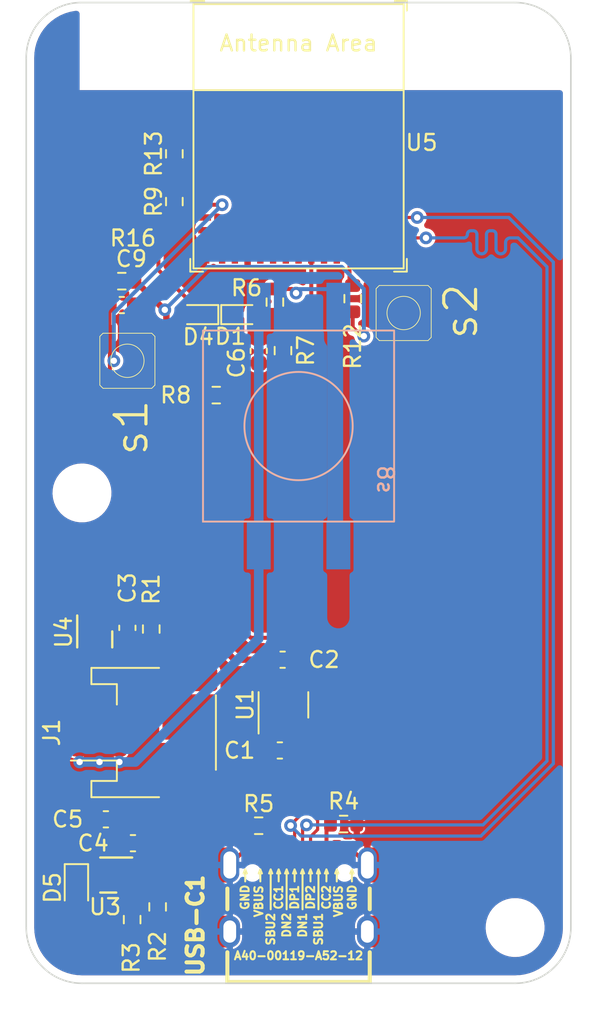
<source format=kicad_pcb>
(kicad_pcb (version 20221018) (generator pcbnew)
  (title_block (title "Rapid Remote") (date "2023-08-28") (rev "C"))
  (layers (0 "F.Cu" signal) (31 "B.Cu" signal) (34 "B.Paste" user) (35 "F.Paste" user) (36 "B.SilkS" user "B.Silkscreen") (37 "F.SilkS" user "F.Silkscreen") (38 "B.Mask" user) (39 "F.Mask" user) (44 "Edge.Cuts" user))
  (net 0 "")
  (net 1 "+5V")
  (net 2 "GND")
  (net 3 "EN_LDO")
  (net 4 "8S")
  (net 7 "LATCH")
  (net 8 "Net-(USB-C1-CC2)")
  (net 9 "Net-(USB-C1-CC1)")
  (net 10 "+3V3")
  (net 11 "Net-(s8-1)")
  (net 19 "Net-(U4-VDD)")
  (net 22 "USB_D-")
  (net 23 "USB_D+")
  (net 34 "+3V8")
  (net 37 "Net-(U3-PRG)")
  (net 40 "Net-(D5-K)")
  (net 41 "Net-(D5-A)")
  (net 42 "Net-(J1-Pin_2)")
  (net 44 "Net-(U5-EN{slash}CHIP_PU)")
  (net 45 "Net-(U5-GPIO8)")
  (net 46 "Net-(U5-GPIO2{slash}ADC1_CH2)")
  (net 47 "Net-(U5-GPIO9)")
  (footprint "PCM_Espressif:ESP32-C3-MINI-1" (layer "F.Cu") (at 151.6 71.5)
    (fp_text reference "U5" (at 7.725 0.4) (layer "F.SilkS"))
    (fp_text value "ESP32-C3-MINI-1")
    (fp_text user "Antenna Area" (at 0 -5.85) (layer "F.SilkS"))
    (pad "1" smd rect (at -5.9 -1.3 90) (size 0.4 0.8) (layers "F.Cu" "F.Paste" "F.Mask") (net 2 "GND"))
    (pad "2" smd rect (at -5.9 -0.5 90) (size 0.4 0.8) (layers "F.Cu" "F.Paste" "F.Mask") (net 2 "GND"))
    (pad "3" smd rect (at -5.9 0.3 90) (size 0.4 0.8) (layers "F.Cu" "F.Paste" "F.Mask") (net 10 "+3V3"))
    (pad "4" smd rect (at -5.9 1.1 90) (size 0.4 0.8) (layers "F.Cu" "F.Paste" "F.Mask"))
    (pad "5" smd rect (at -5.9 1.9 90) (size 0.4 0.8) (layers "F.Cu" "F.Paste" "F.Mask") (net 46 "Net-(U5-GPIO2{slash}ADC1_CH2)"))
    (pad "6" smd rect (at -5.9 2.7 90) (size 0.4 0.8) (layers "F.Cu" "F.Paste" "F.Mask") (net 7 "LATCH"))
    (pad "7" smd rect (at -5.9 3.5 90) (size 0.4 0.8) (layers "F.Cu" "F.Paste" "F.Mask"))
    (pad "8" smd rect (at -5.9 4.3 90) (size 0.4 0.8) (layers "F.Cu" "F.Paste" "F.Mask") (net 44 "Net-(U5-EN{slash}CHIP_PU)"))
    (pad "9" smd rect (at -5.9 5.1 90) (size 0.4 0.8) (layers "F.Cu" "F.Paste" "F.Mask"))
    (pad "10" smd rect (at -5.9 5.9 90) (size 0.4 0.8) (layers "F.Cu" "F.Paste" "F.Mask"))
    (pad "11" smd rect (at -5.9 6.7 90) (size 0.4 0.8) (layers "F.Cu" "F.Paste" "F.Mask") (net 2 "GND"))
    (pad "12" smd rect (at -4.8 7.6) (size 0.4 0.8) (layers "F.Cu" "F.Paste" "F.Mask"))
    (pad "13" smd rect (at -4 7.6) (size 0.4 0.8) (layers "F.Cu" "F.Paste" "F.Mask"))
    (pad "14" smd rect (at -3.2 7.6) (size 0.4 0.8) (layers "F.Cu" "F.Paste" "F.Mask") (net 2 "GND"))
    (pad "15" smd rect (at -2.4 7.6) (size 0.4 0.8) (layers "F.Cu" "F.Paste" "F.Mask"))
    (pad "16" smd rect (at -1.6 7.6) (size 0.4 0.8) (layers "F.Cu" "F.Paste" "F.Mask"))
    (pad "17" smd rect (at -0.8 7.6) (size 0.4 0.8) (layers "F.Cu" "F.Paste" "F.Mask"))
    (pad "18" smd rect (at 0 7.6) (size 0.4 0.8) (layers "F.Cu" "F.Paste" "F.Mask"))
    (pad "19" smd rect (at 0.8 7.6) (size 0.4 0.8) (layers "F.Cu" "F.Paste" "F.Mask") (net 4 "8S"))
    (pad "20" smd rect (at 1.6 7.6) (size 0.4 0.8) (layers "F.Cu" "F.Paste" "F.Mask"))
    (pad "21" smd rect (at 2.4 7.6) (size 0.4 0.8) (layers "F.Cu" "F.Paste" "F.Mask"))
    (pad "22" smd rect (at 3.2 7.6) (size 0.4 0.8) (layers "F.Cu" "F.Paste" "F.Mask") (net 45 "Net-(U5-GPIO8)"))
    (pad "23" smd rect (at 4 7.6) (size 0.4 0.8) (layers "F.Cu" "F.Paste" "F.Mask") (net 47 "Net-(U5-GPIO9)"))
    (pad "24" smd rect (at 4.8 7.6) (size 0.4 0.8) (layers "F.Cu" "F.Paste" "F.Mask"))
    (pad "25" smd rect (at 5.9 6.7 90) (size 0.4 0.8) (layers "F.Cu" "F.Paste" "F.Mask"))
    (pad "26" smd rect (at 5.9 5.9 90) (size 0.4 0.8) (layers "F.Cu" "F.Paste" "F.Mask") (net 22 "USB_D-"))
    (pad "27" smd rect (at 5.9 5.1 90) (size 0.4 0.8) (layers "F.Cu" "F.Paste" "F.Mask") (net 23 "USB_D+"))
    (pad "28" smd rect (at 5.9 4.3 90) (size 0.4 0.8) (layers "F.Cu" "F.Paste" "F.Mask"))
    (pad "29" smd rect (at 5.9 3.5 90) (size 0.4 0.8) (layers "F.Cu" "F.Paste" "F.Mask"))
    (pad "30" smd rect (at 5.9 2.7 90) (size 0.4 0.8) (layers "F.Cu" "F.Paste" "F.Mask"))
    (pad "31" smd rect (at 5.9 1.9 90) (size 0.4 0.8) (layers "F.Cu" "F.Paste" "F.Mask"))
    (pad "32" smd rect (at 5.9 1.1 90) (size 0.4 0.8) (layers "F.Cu" "F.Paste" "F.Mask"))
    (pad "33" smd rect (at 5.9 0.3 90) (size 0.4 0.8) (layers "F.Cu" "F.Paste" "F.Mask"))
    (pad "34" smd rect (at 5.9 -0.5 90) (size 0.4 0.8) (layers "F.Cu" "F.Paste" "F.Mask"))
    (pad "35" smd rect (at 5.9 -1.3 90) (size 0.4 0.8) (layers "F.Cu" "F.Paste" "F.Mask"))
    (pad "36" smd rect (at 4.8 -2.2) (size 0.4 0.8) (layers "F.Cu" "F.Paste" "F.Mask") (net 2 "GND"))
    (pad "37" smd rect (at 4 -2.2) (size 0.4 0.8) (layers "F.Cu" "F.Paste" "F.Mask") (net 2 "GND"))
    (pad "38" smd rect (at 3.2 -2.2) (size 0.4 0.8) (layers "F.Cu" "F.Paste" "F.Mask") (net 2 "GND"))
    (pad "39" smd rect (at 2.4 -2.2) (size 0.4 0.8) (layers "F.Cu" "F.Paste" "F.Mask") (net 2 "GND"))
    (pad "40" smd rect (at 1.6 -2.2) (size 0.4 0.8) (layers "F.Cu" "F.Paste" "F.Mask") (net 2 "GND"))
    (pad "41" smd rect (at 0.8 -2.2) (size 0.4 0.8) (layers "F.Cu" "F.Paste" "F.Mask") (net 2 "GND"))
    (pad "42" smd rect (at 0 -2.2) (size 0.4 0.8) (layers "F.Cu" "F.Paste" "F.Mask") (net 2 "GND"))
    (pad "43" smd rect (at -0.8 -2.2) (size 0.4 0.8) (layers "F.Cu" "F.Paste" "F.Mask") (net 2 "GND"))
    (pad "44" smd rect (at -1.6 -2.2) (size 0.4 0.8) (layers "F.Cu" "F.Paste" "F.Mask") (net 2 "GND"))
    (pad "45" smd rect (at -2.4 -2.2) (size 0.4 0.8) (layers "F.Cu" "F.Paste" "F.Mask") (net 2 "GND"))
    (pad "46" smd rect (at -3.2 -2.2) (size 0.4 0.8) (layers "F.Cu" "F.Paste" "F.Mask") (net 2 "GND"))
    (pad "47" smd rect (at -4 -2.2) (size 0.4 0.8) (layers "F.Cu" "F.Paste" "F.Mask") (net 2 "GND"))
    (pad "48" smd rect (at -4.8 -2.2) (size 0.4 0.8) (layers "F.Cu" "F.Paste" "F.Mask") (net 2 "GND"))
    (pad "49" smd custom (at -1.975 0.725) (size 0.8 0.8) (layers "F.Cu" "F.Paste" "F.Mask") (net 2 "GND") (options (clearance outline) (anchor rect)) (primitives (gr_poly (pts (xy 0.725 0.725) (xy -0.725 0.725) (xy -0.725 -0.125) (xy -0.125 -0.725) (xy 0.725 -0.725)) (width 0) (fill yes))))
    (pad "49" smd rect (at -1.975 2.7 90) (size 1.45 1.45) (layers "F.Cu" "F.Paste" "F.Mask") (net 2 "GND"))
    (pad "49" smd rect (at -1.975 4.675 90) (size 1.45 1.45) (layers "F.Cu" "F.Paste" "F.Mask") (net 2 "GND"))
    (pad "49" smd rect (at 0 0.725 90) (size 1.45 1.45) (layers "F.Cu" "F.Paste" "F.Mask") (net 2 "GND"))
    (pad "49" smd rect (at 0 2.7 90) (size 1.45 1.45) (layers "F.Cu" "F.Paste" "F.Mask") (net 2 "GND"))
    (pad "49" smd rect (at 0 4.675 90) (size 1.45 1.45) (layers "F.Cu" "F.Paste" "F.Mask") (net 2 "GND"))
    (pad "49" smd rect (at 1.975 0.725 90) (size 1.45 1.45) (layers "F.Cu" "F.Paste" "F.Mask") (net 2 "GND"))
    (pad "49" smd rect (at 1.975 2.7 90) (size 1.45 1.45) (layers "F.Cu" "F.Paste" "F.Mask") (net 2 "GND"))
    (pad "49" smd rect (at 1.975 4.675 90) (size 1.45 1.45) (layers "F.Cu" "F.Paste" "F.Mask") (net 2 "GND"))
    (pad "50" smd rect (at 5.95 -2.25 90) (size 0.7 0.7) (layers "F.Cu" "F.Paste" "F.Mask") (net 2 "GND"))
    (pad "51" smd rect (at 5.95 7.65 90) (size 0.7 0.7) (layers "F.Cu" "F.Paste" "F.Mask") (net 2 "GND"))
    (pad "52" smd rect (at -5.95 7.65 90) (size 0.7 0.7) (layers "F.Cu" "F.Paste" "F.Mask") (net 2 "GND"))
    (pad "53" smd rect (at -5.95 -2.25 90) (size 0.7 0.7) (layers "F.Cu" "F.Paste" "F.Mask") (net 2 "GND"))
    (zone (net 0) (net_name "") (layers "*.Cu") (name "antenna keepout") (connect_pads (clearance 0)) (min_thickness 0.254)
      (keepout (tracks not_allowed) (vias not_allowed) (pads not_allowed) (copperpour not_allowed) (footprints not_allowed))
      (fill (thermal_gap 0.508) (thermal_bridge_width 0.508))
      (polygon (pts (xy 158.2 68.6) (xy 145 68.6) (xy 145 63.2) (xy 158.2 63.2)))
    )
  )
  (footprint "Package_DFN_QFN:DFN-6-1EP_2x2mm_P0.65mm_EP1x1.6mm" (layer "F.Cu") (at 138.8 102.6 -90)
    (fp_text reference "U4" (at 0.05 1.95 90) (layer "F.SilkS"))
    (fp_text value "XB6096I2SV")
    (pad "1" smd rect (at -1.05 -0.65 270) (size 0.65 0.35) (layers "F.Cu" "F.Paste" "F.Mask") (net 19 "Net-(U4-VDD)"))
    (pad "2" smd rect (at -1.05 0 270) (size 0.65 0.35) (layers "F.Cu" "F.Paste" "F.Mask") (net 2 "GND"))
    (pad "3" smd rect (at -1.05 0.65 270) (size 0.65 0.35) (layers "F.Cu" "F.Paste" "F.Mask") (net 2 "GND"))
    (pad "4" smd rect (at 1.05 0.65 270) (size 0.65 0.35) (layers "F.Cu" "F.Paste" "F.Mask") (net 42 "Net-(J1-Pin_2)"))
    (pad "5" smd rect (at 1.05 0 270) (size 0.65 0.35) (layers "F.Cu" "F.Paste" "F.Mask") (net 42 "Net-(J1-Pin_2)"))
    (pad "6" smd rect (at 1.05 -0.65 270) (size 0.65 0.35) (layers "F.Cu" "F.Paste" "F.Mask") (net 42 "Net-(J1-Pin_2)"))
    (pad "7" smd rect (at 0 0 270) (size 1 1.6) (layers "F.Cu" "F.Mask") (net 2 "GND"))
  )
  (footprint "Resistor_SMD:R_0603_1608Metric" (layer "F.Cu") (at 150.622 84.963 -90)
    (fp_text reference "R7" (at 0 -1.43 -90) (layer "F.SilkS"))
    (fp_text value "10k")
    (pad "1" smd roundrect (at -0.825 0 270) (size 0.8 0.95) (layers "F.Cu" "F.Paste" "F.Mask") (net 4 "8S"))
    (pad "2" smd roundrect (at 0.825 0 270) (size 0.8 0.95) (layers "F.Cu" "F.Paste" "F.Mask") (net 2 "GND"))
  )
  (footprint "Capacitor_SMD:C_0603_1608Metric" (layer "F.Cu") (at 141.2 115.9 180)
    (fp_text reference "C4" (at 2.5 0) (layer "F.SilkS"))
    (fp_text value "10u")
    (pad "1" smd roundrect (at -0.775 0 180) (size 0.9 0.95) (layers "F.Cu" "F.Paste" "F.Mask") (net 1 "+5V"))
    (pad "2" smd roundrect (at 0.775 0 180) (size 0.9 0.95) (layers "F.Cu" "F.Paste" "F.Mask") (net 2 "GND"))
  )
  (footprint "Capacitor_SMD:C_0603_1608Metric" (layer "F.Cu") (at 150.425 110.075)
    (fp_text reference "C1" (at -2.53 0) (layer "F.SilkS"))
    (fp_text value "1u")
    (pad "1" smd roundrect (at -0.775 0) (size 0.9 0.95) (layers "F.Cu" "F.Paste" "F.Mask") (net 34 "+3V8"))
    (pad "2" smd roundrect (at 0.775 0) (size 0.9 0.95) (layers "F.Cu" "F.Paste" "F.Mask") (net 2 "GND"))
  )
  (footprint "Diode_SMD:D_SOD-523" (layer "F.Cu") (at 148 82.7)
    (fp_text reference "D1" (at -0.68 1.374) (layer "F.SilkS"))
    (fp_text value "1N4148WT")
    (pad "1" smd roundrect (at -0.7 0 180) (size 0.6 0.7) (layers "F.Cu" "F.Paste" "F.Mask") (net 3 "EN_LDO"))
    (pad "2" smd roundrect (at 0.7 0 180) (size 0.6 0.7) (layers "F.Cu" "F.Paste" "F.Mask") (net 4 "8S"))
  )
  (footprint "MountingHole:MountingHole_3.2mm_M3" (layer "F.Cu") (at 165.2 121.2)
    (fp_text reference "H3" (at 0 0) (layer "F.SilkS"))
    (fp_text value "MountingHole")
    (pad "" np_thru_hole circle (at 0 0) (size 3.2 3.2) (drill 3.2) (layers "*.Cu" "*.Mask"))
  )
  (footprint "Capacitor_SMD:C_0603_1608Metric" (layer "F.Cu") (at 139.5 114.4)
    (fp_text reference "C5" (at -2.4 0) (layer "F.SilkS"))
    (fp_text value "1u")
    (pad "1" smd roundrect (at -0.775 0) (size 0.9 0.95) (layers "F.Cu" "F.Paste" "F.Mask") (net 34 "+3V8"))
    (pad "2" smd roundrect (at 0.775 0) (size 0.9 0.95) (layers "F.Cu" "F.Paste" "F.Mask") (net 2 "GND"))
  )
  (footprint "LED_SMD:LED_0603_1608Metric" (layer "F.Cu") (at 137.65 118.7 -90)
    (fp_text reference "D5" (at 0 1.5 90) (layer "F.SilkS"))
    (fp_text value "LED")
    (pad "1" smd roundrect (at -0.7875 0 270) (size 0.875 0.95) (layers "F.Cu" "F.Paste" "F.Mask") (net 40 "Net-(D5-K)"))
    (pad "2" smd roundrect (at 0.7875 0 270) (size 0.875 0.95) (layers "F.Cu" "F.Paste" "F.Mask") (net 41 "Net-(D5-A)"))
  )
  (footprint "Resistor_SMD:R_0603_1608Metric" (layer "F.Cu") (at 155 81.7 90)
    (fp_text reference "R12" (at -3 0 90) (layer "F.SilkS"))
    (fp_text value "10k")
    (pad "1" smd roundrect (at -0.825 0 90) (size 0.8 0.95) (layers "F.Cu" "F.Paste" "F.Mask") (net 10 "+3V3"))
    (pad "2" smd roundrect (at 0.825 0 90) (size 0.8 0.95) (layers "F.Cu" "F.Paste" "F.Mask") (net 45 "Net-(U5-GPIO8)"))
  )
  (footprint "Capacitor_SMD:C_0603_1608Metric" (layer "F.Cu") (at 150.6 104.375)
    (fp_text reference "C2" (at 2.6 0) (layer "F.SilkS"))
    (fp_text value "1u")
    (pad "1" smd roundrect (at -0.775 0) (size 0.9 0.95) (layers "F.Cu" "F.Paste" "F.Mask") (net 10 "+3V3"))
    (pad "2" smd roundrect (at 0.775 0) (size 0.9 0.95) (layers "F.Cu" "F.Paste" "F.Mask") (net 2 "GND"))
  )
  (footprint "Resistor_SMD:R_0603_1608Metric" (layer "F.Cu") (at 154.43 114.696)
    (fp_text reference "R4" (at 0 -1.43) (layer "F.SilkS"))
    (fp_text value "5k1")
    (pad "1" smd roundrect (at -0.825 0) (size 0.8 0.95) (layers "F.Cu" "F.Paste" "F.Mask") (net 8 "Net-(USB-C1-CC2)"))
    (pad "2" smd roundrect (at 0.825 0) (size 0.8 0.95) (layers "F.Cu" "F.Paste" "F.Mask") (net 2 "GND"))
  )
  (footprint "Resistor_SMD:R_0603_1608Metric" (layer "F.Cu") (at 142.35 102.45 -90)
    (fp_text reference "R1" (at -2.5 0 90) (layer "F.SilkS"))
    (fp_text value "1k")
    (pad "1" smd roundrect (at -0.825 0 270) (size 0.8 0.95) (layers "F.Cu" "F.Paste" "F.Mask") (net 19 "Net-(U4-VDD)"))
    (pad "2" smd roundrect (at 0.825 0 270) (size 0.8 0.95) (layers "F.Cu" "F.Paste" "F.Mask") (net 34 "+3V8"))
  )
  (footprint "Diode_SMD:D_SOD-523" (layer "F.Cu") (at 145.3 82.7 180)
    (fp_text reference "D4" (at 0 -1.4) (layer "F.SilkS"))
    (fp_text value "1N4148WT")
    (pad "1" smd roundrect (at -0.7 0) (size 0.6 0.7) (layers "F.Cu" "F.Paste" "F.Mask") (net 3 "EN_LDO"))
    (pad "2" smd roundrect (at 0.7 0) (size 0.6 0.7) (layers "F.Cu" "F.Paste" "F.Mask") (net 7 "LATCH"))
  )
  (footprint "Capacitor_SMD:C_0603_1608Metric" (layer "F.Cu") (at 149.098 84.976 -90)
    (fp_text reference "C6" (at 0.749 1.397 -90) (layer "F.SilkS"))
    (fp_text value "1u")
    (pad "1" smd roundrect (at -0.775 0 270) (size 0.9 0.95) (layers "F.Cu" "F.Paste" "F.Mask") (net 4 "8S"))
    (pad "2" smd roundrect (at 0.775 0 270) (size 0.9 0.95) (layers "F.Cu" "F.Paste" "F.Mask") (net 2 "GND"))
  )
  (footprint "Resistor_SMD:R_0603_1608Metric" (layer "F.Cu") (at 141.15 120.7 -90)
    (fp_text reference "R3" (at 2.4 0.05 90) (layer "F.SilkS"))
    (fp_text value "47.5k")
    (pad "1" smd roundrect (at -0.825 0 270) (size 0.8 0.95) (layers "F.Cu" "F.Paste" "F.Mask") (net 37 "Net-(U3-PRG)"))
    (pad "2" smd roundrect (at 0.825 0 270) (size 0.8 0.95) (layers "F.Cu" "F.Paste" "F.Mask") (net 2 "GND"))
  )
  (footprint "Resistor_SMD:R_0603_1608Metric" (layer "F.Cu") (at 150.114 81.915 90)
    (fp_text reference "R6" (at 0.889 -1.778 180) (layer "F.SilkS"))
    (fp_text value "1k")
    (pad "1" smd roundrect (at -0.825 0 90) (size 0.8 0.95) (layers "F.Cu" "F.Paste" "F.Mask") (net 4 "8S"))
    (pad "2" smd roundrect (at 0.825 0 90) (size 0.8 0.95) (layers "F.Cu" "F.Paste" "F.Mask") (net 11 "Net-(s8-1)"))
  )
  (footprint "Resistor_SMD:R_0603_1608Metric" (layer "F.Cu") (at 146.431 87.757 180)
    (fp_text reference "R8" (at 2.54 0 180) (layer "F.SilkS"))
    (fp_text value "10k")
    (pad "1" smd roundrect (at -0.825 0 180) (size 0.8 0.95) (layers "F.Cu" "F.Paste" "F.Mask") (net 3 "EN_LDO"))
    (pad "2" smd roundrect (at 0.825 0 180) (size 0.8 0.95) (layers "F.Cu" "F.Paste" "F.Mask") (net 2 "GND"))
  )
  (footprint "MountingHole:MountingHole_3.2mm_M3" (layer "F.Cu") (at 138 93.9)
    (fp_text reference "H2" (at 0 0) (layer "F.SilkS"))
    (fp_text value "MountingHole")
    (pad "" np_thru_hole circle (at 0 0) (size 3.2 3.2) (drill 3.2) (layers "*.Cu" "*.Mask"))
  )
  (footprint "Capacitor_SMD:C_0603_1608Metric" (layer "F.Cu") (at 140.5 82.1)
    (fp_text reference "C9" (at 0.6 -2.9) (layer "F.SilkS"))
    (fp_text value "1u")
    (pad "1" smd roundrect (at -0.775 0) (size 0.9 0.95) (layers "F.Cu" "F.Paste" "F.Mask") (net 44 "Net-(U5-EN{slash}CHIP_PU)"))
    (pad "2" smd roundrect (at 0.775 0) (size 0.9 0.95) (layers "F.Cu" "F.Paste" "F.Mask") (net 2 "GND"))
  )
  (footprint "Resistor_SMD:R_0603_1608Metric" (layer "F.Cu") (at 143.8 75.6 -90)
    (fp_text reference "R9" (at 0 1.3 90) (layer "F.SilkS"))
    (fp_text value "1M")
    (pad "1" smd roundrect (at -0.825 0 270) (size 0.8 0.95) (layers "F.Cu" "F.Paste" "F.Mask") (net 7 "LATCH"))
    (pad "2" smd roundrect (at 0.825 0 270) (size 0.8 0.95) (layers "F.Cu" "F.Paste" "F.Mask") (net 2 "GND"))
  )
  (footprint "Personal:USB2.0_TYPE-C(A40-00119-A52-12)" (layer "F.Cu") (at 151.6 120.3 -90)
    (fp_text reference "USB-C1" (at 0.762 6.477 90) (layer "F.SilkS") (effects (font (size 1.016 1.016) (thickness 0.254))))
    (fp_text value "USB-C-16P-F(A40-00119-A52-12)")
    (fp_text user "VBUS" (at -0.75 -2.5 90) (layer "F.SilkS") (effects (font (size 0.508 0.508) (thickness 0.127))))
    (fp_text user "GND" (at -1 -3.3655 90) (layer "F.SilkS") (effects (font (size 0.508 0.508) (thickness 0.127))))
    (fp_text user "SBU2" (at 1 1.75 90) (layer "F.SilkS") (effects (font (size 0.508 0.508) (thickness 0.127))))
    (fp_text user "CC2" (at -1 -1.75 90) (layer "F.SilkS") (effects (font (size 0.508 0.508) (thickness 0.127))))
    (fp_text user "DP2" (at -1 -0.75 90) (layer "F.SilkS") (effects (font (size 0.508 0.508) (thickness 0.127))))
    (fp_text user "CC1" (at -1 1.25 90) (layer "F.SilkS") (effects (font (size 0.508 0.508) (thickness 0.127))))
    (fp_text user "GND" (at -1 3.3655 90) (layer "F.SilkS") (effects (font (size 0.508 0.508) (thickness 0.127))))
    (fp_text user "DN2" (at 0.75 0.75 90) (layer "F.SilkS") (effects (font (size 0.508 0.508) (thickness 0.127))))
    (fp_text user "DN1" (at 0.75 -0.25 90) (layer "F.SilkS") (effects (font (size 0.508 0.508) (thickness 0.127))))
    (fp_text user "SBU1" (at 1 -1.25 90) (layer "F.SilkS") (effects (font (size 0.508 0.508) (thickness 0.127))))
    (fp_text user "DP1" (at -1 0.25 90) (layer "F.SilkS") (effects (font (size 0.508 0.508) (thickness 0.127))))
    (fp_text user "VBUS" (at -0.75 2.5 90) (layer "F.SilkS") (effects (font (size 0.508 0.508) (thickness 0.127))))
    (fp_text user "A40-00119-A52-12" (at 2.667 0) (layer "F.SilkS") (effects (font (size 0.508 0.508) (thickness 0.127))))
    (pad "" np_thru_hole circle (at -2.53 -2.89) (size 0.6 0.6) (drill 0.6) (layers "*.Cu" "*.Mask"))
    (pad "" np_thru_hole circle (at -2.53 2.89) (size 0.6 0.6) (drill 0.6) (layers "*.Cu" "*.Mask"))
    (pad "0" connect rect (at -3.03 -4.9276) (size 1.1 2.2) (layers "F.Cu" "F.Mask") (net 2 "GND"))
    (pad "0" thru_hole oval (at -3.03 -4.32) (size 1.2 2.2) (drill oval 0.8 1.7) (layers "*.Cu" "*.Mask") (net 2 "GND"))
    (pad "0" thru_hole oval (at -3.03 4.32) (size 1.2 2.2) (drill oval 0.8 1.7) (layers "*.Cu" "*.Mask") (net 2 "GND"))
    (pad "0" connect rect (at -3.03 4.9276) (size 1.1 2.2) (layers "F.Cu" "F.Mask") (net 2 "GND"))
    (pad "0" connect rect (at 1.15 -4.9276) (size 1.1 2) (layers "F.Cu" "F.Mask") (net 2 "GND"))
    (pad "0" thru_hole oval (at 1.15 -4.32) (size 1.3 2) (drill oval 0.8 1.4) (layers "*.Cu" "*.Mask") (net 2 "GND"))
    (pad "0" thru_hole oval (at 1.15 4.32) (size 1.3 2) (drill oval 0.8 1.4) (layers "*.Cu" "*.Mask") (net 2 "GND"))
    (pad "0" connect rect (at 1.15 4.9276) (size 1.1 2) (layers "F.Cu" "F.Mask") (net 2 "GND"))
    (pad "A1" smd rect (at -3.932 3.325) (size 0.3 1.15) (layers "F.Cu" "F.Paste" "F.Mask") (net 2 "GND"))
    (pad "A4" smd rect (at -3.932 2.525) (size 0.3 1.15) (layers "F.Cu" "F.Paste" "F.Mask") (net 1 "+5V"))
    (pad "A5" smd rect (at -3.932 1.25) (size 0.25 1.15) (layers "F.Cu" "F.Paste" "F.Mask") (net 9 "Net-(USB-C1-CC1)"))
    (pad "A6" smd rect (at -3.932 0.25) (size 0.25 1.15) (layers "F.Cu" "F.Paste" "F.Mask") (net 23 "USB_D+"))
    (pad "A7" smd rect (at -3.932 -0.25) (size 0.25 1.15) (layers "F.Cu" "F.Paste" "F.Mask") (net 22 "USB_D-"))
    (pad "A8" smd rect (at -3.932 -1.25) (size 0.25 1.15) (layers "F.Cu" "F.Paste" "F.Mask"))
    (pad "A9" smd rect (at -3.932 -2.525) (size 0.3 1.15) (layers "F.Cu" "F.Paste" "F.Mask") (net 1 "+5V"))
    (pad "A12" smd rect (at -3.932 -3.325) (size 0.3 1.15) (layers "F.Cu" "F.Paste" "F.Mask") (net 2 "GND"))
    (pad "B1" smd rect (at -3.932 -3.075) (size 0.3 1.15) (layers "F.Cu" "F.Paste" "F.Mask") (net 2 "GND"))
    (pad "B4" smd rect (at -3.932 -2.275) (size 0.3 1.15) (layers "F.Cu" "F.Paste" "F.Mask") (net 1 "+5V"))
    (pad "B5" smd rect (at -3.932 -1.75) (size 0.25 1.15) (layers "F.Cu" "F.Paste" "F.Mask") (net 8 "Net-(USB-C1-CC2)"))
    (pad "B6" smd rect (at -3.932 -0.75) (size 0.25 1.15) (layers "F.Cu" "F.Paste" "F.Mask") (net 23 "USB_D+"))
    (pad "B7" smd rect (at -3.932 0.75) (size 0.25 1.15) (layers "F.Cu" "F.Paste" "F.Mask") (net 22 "USB_D-"))
    (pad "B8" smd rect (at -3.932 1.75) (size 0.25 1.15) (layers "F.Cu" "F.Paste" "F.Mask"))
    (pad "B9" smd rect (at -3.932 2.275) (size 0.3 1.15) (layers "F.Cu" "F.Paste" "F.Mask") (net 1 "+5V"))
    (pad "B12" smd rect (at -3.932 3.075) (size 0.3 1.15) (layers "F.Cu" "F.Paste" "F.Mask") (net 2 "GND"))
  )
  (footprint "Resistor_SMD:R_0603_1608Metric" (layer "F.Cu") (at 143.8 72.6 90)
    (fp_text reference "R13" (at 0 -1.3 90) (layer "F.SilkS"))
    (fp_text value "10k")
    (pad "1" smd roundrect (at -0.825 0 90) (size 0.8 0.95) (layers "F.Cu" "F.Paste" "F.Mask") (net 46 "Net-(U5-GPIO2{slash}ADC1_CH2)"))
    (pad "2" smd roundrect (at 0.825 0 90) (size 0.8 0.95) (layers "F.Cu" "F.Paste" "F.Mask") (net 10 "+3V3"))
  )
  (footprint "Capacitor_SMD:C_0603_1608Metric" (layer "F.Cu") (at 140.85 102.375 -90)
    (fp_text reference "C3" (at -2.5 0 90) (layer "F.SilkS"))
    (fp_text value "100n")
    (pad "1" smd roundrect (at -0.775 0 270) (size 0.9 0.95) (layers "F.Cu" "F.Paste" "F.Mask") (net 19 "Net-(U4-VDD)"))
    (pad "2" smd roundrect (at 0.775 0 270) (size 0.9 0.95) (layers "F.Cu" "F.Paste" "F.Mask") (net 2 "GND"))
  )
  (footprint "Resistor_SMD:R_0603_1608Metric" (layer "F.Cu") (at 149.096 114.803 180)
    (fp_text reference "R5" (at 0 1.377) (layer "F.SilkS"))
    (fp_text value "5k1")
    (pad "1" smd roundrect (at -0.825 0 180) (size 0.8 0.95) (layers "F.Cu" "F.Paste" "F.Mask") (net 9 "Net-(USB-C1-CC1)"))
    (pad "2" smd roundrect (at 0.825 0 180) (size 0.8 0.95) (layers "F.Cu" "F.Paste" "F.Mask") (net 2 "GND"))
  )
  (footprint "Connector_JST:JST_PH_S2B-PH-SM4-TB_1x02-1MP_P2.00mm_Horizontal" (layer "F.Cu") (at 141.9 108.95 90)
    (fp_text reference "J1" (at 0 -5.8 90) (layer "F.SilkS"))
    (fp_text value "Conn_01x02_Socket")
    (pad "1" smd roundrect (at -1 -2.85 90) (size 1 3.5) (layers "F.Cu" "F.Paste" "F.Mask") (net 34 "+3V8"))
    (pad "2" smd roundrect (at 1 -2.85 90) (size 1 3.5) (layers "F.Cu" "F.Paste" "F.Mask") (net 42 "Net-(J1-Pin_2)"))
    (pad "MP" smd roundrect (at -3.35 2.9 90) (size 1.5 3.4) (layers "F.Cu" "F.Paste" "F.Mask") (roundrect_rratio 0.1666673333))
    (pad "MP" smd roundrect (at 3.35 2.9 90) (size 1.5 3.4) (layers "F.Cu" "F.Paste" "F.Mask") (roundrect_rratio 0.1666673333))
  )
  (footprint "MountingHole:MountingHole_3.2mm_M3" (layer "F.Cu") (at 165.2 66.6)
    (fp_text reference "H1" (at 0 0) (layer "F.SilkS"))
    (fp_text value "MountingHole")
    (pad "" np_thru_hole circle (at 0 0) (size 3.2 3.2) (drill 3.2) (layers "*.Cu" "*.Mask"))
  )
  (footprint "rapidtraining:TS-1177-C-B-B" (layer "F.Cu") (at 140.85 85.6 90)
    (fp_text reference "s1" (at -4.2 0.25 90) (layer "F.SilkS") (effects (font (size 2 2) (thickness 0.2))))
    (fp_text value "BUTTON_4PIN_TS_1177" hide)
    (pad "P$5" smd roundrect (at 0 -1.675 90) (size 0.8 0.45) (layers "F.Cu" "F.Paste" "F.Mask"))
    (pad "P$6" smd roundrect (at 0 1.675 90) (size 0.8 0.45) (layers "F.Cu" "F.Paste" "F.Mask"))
    (pad "P1" smd roundrect (at -1.8 -1.1 90) (size 0.9 0.6) (layers "F.Cu" "F.Paste" "F.Mask") (roundrect_rratio 0.2116666667) (net 44 "Net-(U5-EN{slash}CHIP_PU)"))
    (pad "P2" smd roundrect (at 1.8 -1.1 90) (size 0.9 0.6) (layers "F.Cu" "F.Paste" "F.Mask") (roundrect_rratio 0.2116666667) (net 44 "Net-(U5-EN{slash}CHIP_PU)"))
    (pad "P3" smd roundrect (at -1.8 1.1 90) (size 0.9 0.6) (layers "F.Cu" "F.Paste" "F.Mask") (roundrect_rratio 0.2116666667) (net 2 "GND"))
    (pad "P4" smd roundrect (at 1.8 1.1 90) (size 0.9 0.6) (layers "F.Cu" "F.Paste" "F.Mask") (roundrect_rratio 0.2116666667) (net 2 "GND"))
  )
  (footprint "Package_TO_SOT_SMD:SOT-23-5" (layer "F.Cu") (at 150.65 107.2125 90)
    (fp_text reference "U1" (at 0 -2.4 90) (layer "F.SilkS"))
    (fp_text value "MIC5504-3.3YM5")
    (pad "1" smd roundrect (at -1.1375 -0.95 90) (size 1.325 0.6) (layers "F.Cu" "F.Paste" "F.Mask") (net 34 "+3V8"))
    (pad "2" smd roundrect (at -1.1375 0 90) (size 1.325 0.6) (layers "F.Cu" "F.Paste" "F.Mask") (net 2 "GND"))
    (pad "3" smd roundrect (at -1.1375 0.95 90) (size 1.325 0.6) (layers "F.Cu" "F.Paste" "F.Mask") (net 3 "EN_LDO"))
    (pad "4" smd roundrect (at 1.1375 0.95 90) (size 1.325 0.6) (layers "F.Cu" "F.Paste" "F.Mask"))
    (pad "5" smd roundrect (at 1.1375 -0.95 90) (size 1.325 0.6) (layers "F.Cu" "F.Paste" "F.Mask") (net 10 "+3V3"))
  )
  (footprint "Resistor_SMD:R_0603_1608Metric" (layer "F.Cu") (at 140.5 80.6 180)
    (fp_text reference "R16" (at -0.7 2.7) (layer "F.SilkS"))
    (fp_text value "10k")
    (pad "1" smd roundrect (at -0.825 0 180) (size 0.8 0.95) (layers "F.Cu" "F.Paste" "F.Mask") (net 10 "+3V3"))
    (pad "2" smd roundrect (at 0.825 0 180) (size 0.8 0.95) (layers "F.Cu" "F.Paste" "F.Mask") (net 44 "Net-(U5-EN{slash}CHIP_PU)"))
  )
  (footprint "Resistor_SMD:R_0603_1608Metric" (layer "F.Cu") (at 142.75 119.9 90)
    (fp_text reference "R2" (at -2.5 0 90) (layer "F.SilkS"))
    (fp_text value "1k")
    (pad "1" smd roundrect (at -0.825 0 90) (size 0.8 0.95) (layers "F.Cu" "F.Paste" "F.Mask") (net 41 "Net-(D5-A)"))
    (pad "2" smd roundrect (at 0.825 0 90) (size 0.8 0.95) (layers "F.Cu" "F.Paste" "F.Mask") (net 1 "+5V"))
  )
  (footprint "Package_DFN_QFN:DFN-6-1EP_2x2mm_P0.65mm_EP1x1.6mm" (layer "F.Cu") (at 140.15 117.9 180)
    (fp_text reference "U3" (at 0.7 -2) (layer "F.SilkS"))
    (fp_text value "WS4518D")
    (pad "1" smd rect (at -1.05 -0.65 180) (size 0.65 0.35) (layers "F.Cu" "F.Paste" "F.Mask") (net 37 "Net-(U3-PRG)"))
    (pad "2" smd rect (at -1.05 0 180) (size 0.65 0.35) (layers "F.Cu" "F.Paste" "F.Mask") (net 2 "GND"))
    (pad "3" smd rect (at -1.05 0.65 180) (size 0.65 0.35) (layers "F.Cu" "F.Paste" "F.Mask") (net 1 "+5V"))
    (pad "4" smd rect (at 1.05 0.65 180) (size 0.65 0.35) (layers "F.Cu" "F.Paste" "F.Mask") (net 34 "+3V8"))
    (pad "5" smd rect (at 1.05 0 180) (size 0.65 0.35) (layers "F.Cu" "F.Paste" "F.Mask") (net 40 "Net-(D5-K)"))
    (pad "6" smd rect (at 1.05 -0.65 180) (size 0.65 0.35) (layers "F.Cu" "F.Paste" "F.Mask"))
    (pad "7" smd rect (at 0 0 180) (size 1 1.6) (layers "F.Cu" "F.Mask") (net 2 "GND"))
  )
  (footprint "rapidtraining:TS-1177-C-B-B" (layer "F.Cu") (at 158.2 82.6 90)
    (fp_text reference "s2" (at 0.1 3.6 90) (layer "F.SilkS") (effects (font (size 2 2) (thickness 0.2))))
    (fp_text value "BUTTON_4PIN_TS_1177" hide)
    (pad "P$5" smd roundrect (at 0 -1.675 90) (size 0.8 0.45) (layers "F.Cu" "F.Paste" "F.Mask"))
    (pad "P$6" smd roundrect (at 0 1.675 90) (size 0.8 0.45) (layers "F.Cu" "F.Paste" "F.Mask"))
    (pad "P1" smd roundrect (at -1.8 -1.1 90) (size 0.9 0.6) (layers "F.Cu" "F.Paste" "F.Mask") (roundrect_rratio 0.2116666667) (net 47 "Net-(U5-GPIO9)"))
    (pad "P2" smd roundrect (at 1.8 -1.1 90) (size 0.9 0.6) (layers "F.Cu" "F.Paste" "F.Mask") (roundrect_rratio 0.2116666667) (net 47 "Net-(U5-GPIO9)"))
    (pad "P3" smd roundrect (at -1.8 1.1 90) (size 0.9 0.6) (layers "F.Cu" "F.Paste" "F.Mask") (roundrect_rratio 0.2116666667) (net 2 "GND"))
    (pad "P4" smd roundrect (at 1.8 1.1 90) (size 0.9 0.6) (layers "F.Cu" "F.Paste" "F.Mask") (roundrect_rratio 0.2116666667) (net 2 "GND"))
  )
  (footprint "rapidtraining:TS-1103S" (layer "B.Cu") (at 151.6 89.7 90)
    (fp_text reference "s8" (at -3.35 5.45 270 unlocked) (layer "B.SilkS") (effects (justify mirror)))
    (fp_text value "BUTTON_4PIN_TS_1177" hide)
    (pad "P1" smd rect (at -7.5 2.5 90) (size 3 1.5) (layers "B.Cu" "B.Paste" "B.Mask") (net 11 "Net-(s8-1)"))
    (pad "P2" smd rect (at 7.5 2.5 90) (size 3 1.5) (layers "B.Cu" "B.Paste" "B.Mask") (net 11 "Net-(s8-1)"))
    (pad "P3" smd rect (at -7.5 -2.5 90) (size 3 1.5) (layers "B.Cu" "B.Paste" "B.Mask") (net 34 "+3V8"))
    (pad "P4" smd rect (at 7.5 -2.5 90) (size 3 1.5) (layers "B.Cu" "B.Paste" "B.Mask") (net 34 "+3V8"))
  )
  (gr_arc (start 134.5 66.6) (mid 135.475126 64.145837) (end 137.9 63.1) (stroke (width 0.1)) (layer "Edge.Cuts"))
  (gr_line (start 165.2 124.7) (end 138 124.7) (stroke (width 0.1)) (layer "Edge.Cuts"))
  (gr_arc (start 165.2 63.1) (mid 167.674874 64.125126) (end 168.7 66.6) (stroke (width 0.1)) (layer "Edge.Cuts"))
  (gr_line (start 137.9 63.1) (end 165.2 63.1) (stroke (width 0.1)) (layer "Edge.Cuts"))
  (gr_arc (start 138 124.7) (mid 135.525127 123.674874) (end 134.5 121.2) (stroke (width 0.1)) (layer "Edge.Cuts"))
  (gr_arc (start 168.7 121.2) (mid 167.674874 123.674874) (end 165.2 124.7) (stroke (width 0.1)) (layer "Edge.Cuts"))
  (gr_line (start 134.5 121.2) (end 134.5 66.6) (stroke (width 0.1)) (layer "Edge.Cuts"))
  (gr_line (start 168.7 66.6) (end 168.7 121.2) (stroke (width 0.1)) (layer "Edge.Cuts"))
  (segment (start 142.75 119.075) (end 142.75 118.05) (width 0.3) (layer "F.Cu") (net 1))
  (segment (start 149.325 116.368) (end 149.075 116.368) (width 0.25) (layer "F.Cu") (net 1))
  (segment (start 151.509 118.014) (end 150.448 119.075) (width 0.508) (layer "F.Cu") (net 1))
  (segment (start 141.95 117.25) (end 141.9 117.25) (width 0.3) (layer "F.Cu") (net 1))
  (segment (start 141.975 115.9) (end 141.975 117.175) (width 0.25) (layer "F.Cu") (net 1))
  (segment (start 150.448 119.075) (end 142.75 119.075) (width 0.508) (layer "F.Cu") (net 1))
  (segment (start 141.9 117.25) (end 141.2 117.25) (width 0.3) (layer "F.Cu") (net 1))
  (segment (start 141.975 117.175) (end 141.9 117.25) (width 0.25) (layer "F.Cu") (net 1))
  (segment (start 142.75 118.05) (end 141.95 117.25) (width 0.3) (layer "F.Cu") (net 1))
  (segment (start 145.65 78.25) (end 145.7 78.2) (width 0.25) (layer "F.Cu") (net 2))
  (segment (start 140.425 115.9) (end 140.425 114.55) (width 0.5) (layer "F.Cu") (net 2))
  (segment (start 148.525 116.368) (end 148.182 116.368) (width 0.25) (layer "F.Cu") (net 2))
  (segment (start 155.018 116.368) (end 155.92 117.27) (width 0.25) (layer "F.Cu") (net 2))
  (segment (start 138.15 101.55) (end 138.15 100.75) (width 0.25) (layer "F.Cu") (net 2))
  (segment (start 157.55 69.25) (end 156.45 69.25) (width 0.6) (layer "F.Cu") (net 2))
  (segment (start 140.425 114.55) (end 140.275 114.4) (width 0.25) (layer "F.Cu") (net 2))
  (segment (start 145.65 70.15) (end 145.7 70.2) (width 0.6) (layer "F.Cu") (net 2))
  (segment (start 154.675 116.368) (end 155.018 116.368) (width 0.25) (layer "F.Cu") (net 2))
  (segment (start 150.65 109.525) (end 151.2 110.075) (width 0.25) (layer "F.Cu") (net 2))
  (segment (start 149.135 85.788) (end 149.098 85.751) (width 0.25) (layer "F.Cu") (net 2))
  (segment (start 150.65 108.35) (end 150.65 109.525) (width 0.25) (layer "F.Cu") (net 2))
  (segment (start 138.8 101.55) (end 138.8 100.8) (width 0.25) (layer "F.Cu") (net 2))
  (segment (start 146.75 69.25) (end 146.8 69.3) (width 0.25) (layer "F.Cu") (net 2))
  (segment (start 138.8 102.6) (end 138.8 101.55) (width 0.25) (layer "F.Cu") (net 2))
  (segment (start 141.2 117.9) (end 140.15 117.9) (width 0.25) (layer "F.Cu") (net 2))
  (segment (start 150.622 85.788) (end 149.135 85.788) (width 0.5) (layer "F.Cu") (net 2))
  (segment (start 145.65 69.25) (end 146.75 69.25) (width 0.6) (layer "F.Cu") (net 2))
  (segment (start 156.45 69.25) (end 156.4 69.3) (width 0.25) (layer "F.Cu") (net 2))
  (segment (start 138.15 101.95) (end 138.8 102.6) (width 0.25) (layer "F.Cu") (net 2))
  (segment (start 148.182 116.368) (end 147.28 117.27) (width 0.25) (layer "F.Cu") (net 2))
  (segment (start 138.15 101.55) (end 138.15 101.95) (width 0.25) (layer "F.Cu") (net 2))
  (segment (start 147.3 82.7) (end 146 82.7) (width 0.25) (layer "F.Cu") (net 3))
  (segment (start 148.6 103) (end 149.702817 103) (width 0.25) (layer "F.Cu") (net 3))
  (segment (start 150.6 103.897183) (end 150.6 106.6) (width 0.25) (layer "F.Cu") (net 3))
  (segment (start 147.3 82.7) (end 147.3 101.7) (width 0.25) (layer "F.Cu") (net 3))
  (segment (start 150.6 106.6) (end 151.6 107.6) (width 0.25) (layer "F.Cu") (net 3))
  (segment (start 149.702817 103) (end 150.6 103.897183) (width 0.25) (layer "F.Cu") (net 3))
  (segment (start 147.3 101.7) (end 148.6 103) (width 0.25) (layer "F.Cu") (net 3))
  (segment (start 151.6 107.6) (end 151.6 108.35) (width 0.25) (layer "F.Cu") (net 3))
  (segment (start 152.4 79.1) (end 152.4 82) (width 0.25) (layer "F.Cu") (net 4))
  (segment (start 150.177 82.677) (end 150.114 82.74) (width 0.25) (layer "F.Cu") (net 4))
  (segment (start 151.723 82.677) (end 150.177 82.677) (width 0.25) (layer "F.Cu") (net 4))
  (segment (start 152.4 82) (end 151.723 82.677) (width 0.25) (layer "F.Cu") (net 4))
  (segment (start 143.8 74.775) (end 143.125 74.775) (width 0.25) (layer "F.Cu") (net 7))
  (segment (start 145.7 74.2) (end 145.1 74.2) (width 0.25) (layer "F.Cu") (net 7))
  (segment (start 142.8 75.1) (end 142.8 79.9) (width 0.25) (layer "F.Cu") (net 7))
  (segment (start 144.6 81.7) (end 144.6 82.7) (width 0.25) (layer "F.Cu") (net 7))
  (segment (start 142.8 79.9) (end 144.6 81.7) (width 0.25) (layer "F.Cu") (net 7))
  (segment (start 144.525 74.775) (end 143.8 74.775) (width 0.25) (layer "F.Cu") (net 7))
  (segment (start 143.125 74.775) (end 142.8 75.1) (width 0.25) (layer "F.Cu") (net 7))
  (segment (start 145.1 74.2) (end 144.525 74.775) (width 0.25) (layer "F.Cu") (net 7))
  (segment (start 153.354 116.3758) (end 153.354 115.0122) (width 0.25) (layer "F.Cu") (net 8))
  (segment (start 153.354 115.0122) (end 153.605 114.7612) (width 0.25) (layer "F.Cu") (net 8))
  (segment (start 150.354 116.3758) (end 150.354 115.4192) (width 0.25) (layer "F.Cu") (net 9))
  (segment (start 150.354 115.4192) (end 149.7378 114.803) (width 0.25) (layer "F.Cu") (net 9))
  (segment (start 143.3 100.1) (end 147.575 104.375) (width 0.4) (layer "F.Cu") (net 10))
  (segment (start 149.7 106.075) (end 149.7 104.5) (width 0.25) (layer "F.Cu") (net 10))
  (segment (start 155.55 84.05) (end 155 83.5) (width 0.25) (layer "F.Cu") (net 10))
  (segment (start 141.325 80.552817) (end 143.3 82.527817) (width 0.4) (layer "F.Cu") (net 10))
  (segment (start 141.325 72.875) (end 141.325 80.552817) (width 0.4) (layer "F.Cu") (net 10))
  (segment (start 147.575 104.375) (end 149.825 104.375) (width 0.4) (layer "F.Cu") (net 10))
  (segment (start 149.7 104.5) (end 149.825 104.375) (width 0.25) (layer "F.Cu") (net 10))
  (segment (start 155 83.5) (end 155 82.525) (width 0.25) (layer "F.Cu") (net 10))
  (segment (start 155.7 84.05) (end 155.55 84.05) (width 0.25) (layer "F.Cu") (net 10))
  (segment (start 142.4 71.8) (end 141.325 72.875) (width 0.4) (layer "F.Cu") (net 10))
  (segment (start 145.6 71.8) (end 142.4 71.8) (width 0.4) (layer "F.Cu") (net 10))
  (segment (start 143.3 82.527817) (end 143.3 100.1) (width 0.4) (layer "F.Cu") (net 10))
  (via (at 143.2 82.4) (size 0.8) (drill 0.4) (layers "F.Cu" "B.Cu") (net 10))
  (via (at 155.7 84.05) (size 0.8) (drill 0.4) (layers "F.Cu" "B.Cu") (net 10))
  (segment (start 155.7 81.09038) (end 155.7 84.05) (width 0.25) (layer "B.Cu") (net 10))
  (segment (start 154.30962 79.7) (end 155.7 81.09038) (width 0.25) (layer "B.Cu") (net 10))
  (segment (start 145.9 79.7) (end 154.30962 79.7) (width 0.25) (layer "B.Cu") (net 10))
  (segment (start 143.2 82.4) (end 145.9 79.7) (width 0.25) (layer "B.Cu") (net 10))
  (segment (start 150.114 81.09) (end 151.181984 81.09) (width 0.25) (layer "F.Cu") (net 11))
  (segment (start 151.181984 81.09) (end 151.441484 81.3495) (width 0.25) (layer "F.Cu") (net 11))
  (via (at 151.441484 81.3495) (size 0.8) (drill 0.4) (layers "F.Cu" "B.Cu") (net 11))
  (segment (start 153.9 82.4) (end 154.1 82.2) (width 1) (layer "B.Cu") (net 11))
  (segment (start 153.4 81.1) (end 154.1 81.8) (width 0.25) (layer "B.Cu") (net 11))
  (segment (start 151.5 81.1) (end 151.5 81.290984) (width 0.25) (layer "B.Cu") (net 11))
  (segment (start 151.5 81.1) (end 153.4 81.1) (width 0.25) (layer "B.Cu") (net 11))
  (segment (start 154.1 97.2) (end 153.9 97) (width 1) (layer "B.Cu") (net 11))
  (segment (start 151.5 81.290984) (end 151.441484 81.3495) (width 0.25) (layer "B.Cu") (net 11))
  (segment (start 153.9 97) (end 153.9 82.4) (width 1) (layer "B.Cu") (net 11))
  (segment (start 140.9 101.625) (end 140.85 101.675) (width 0.25) (layer "F.Cu") (net 19))
  (segment (start 140.8 101.55) (end 140.85 101.6) (width 0.25) (layer "F.Cu") (net 19))
  (segment (start 150.945 117.2668) (end 151.763 117.2668) (width 0.2) (layer "F.Cu") (net 22))
  (segment (start 150.854 116.3758) (end 150.854 117.1758) (width 0.2) (layer "F.Cu") (net 22))
  (segment (start 158.41005 77.4) (end 157.5 77.4) (width 0.2) (layer "F.Cu") (net 22))
  (segment (start 152.098 114.7522) (end 151.854 114.9962) (width 0.2) (layer "F.Cu") (net 22))
  (segment (start 151.854 117.1758) (end 151.854 116.3758) (width 0.2) (layer "F.Cu") (net 22))
  (segment (start 151.763 117.2668) (end 151.854 117.1758) (width 0.2) (layer "F.Cu") (net 22))
  (segment (start 150.854 117.1758) (end 150.945 117.2668) (width 0.2) (layer "F.Cu") (net 22))
  (segment (start 151.854 114.9962) (end 151.854 116.3758) (width 0.2) (layer "F.Cu") (net 22))
  (segment (start 158.892478 77.882428) (end 158.41005 77.4) (width 0.2) (layer "F.Cu") (net 22))
  (segment (start 159.6 77.882428) (end 158.892478 77.882428) (width 0.2) (layer "F.Cu") (net 22))
  (via (at 152.098 114.7522) (size 0.8) (drill 0.4) (layers "F.Cu" "B.Cu") (net 22))
  (via (at 159.6 77.882428) (size 0.8) (drill 0.4) (layers "F.Cu" "B.Cu") (net 22))
  (segment (start 165.382428 77.882428) (end 167.2 79.7) (width 0.2) (layer "B.Cu") (net 22))
  (segment (start 162.8 77.657428) (end 162.8 77.882428) (width 0.2) (layer "B.Cu") (net 22))
  (segment (start 164.9 77.882428) (end 165.382428 77.882428) (width 0.2) (layer "B.Cu") (net 22))
  (segment (start 164 77.657428) (end 164 78.182428) (width 0.2) (layer "B.Cu") (net 22))
  (segment (start 167.2 110.734314) (end 163.182114 114.7522) (width 0.2) (layer "B.Cu") (net 22))
  (segment (start 167.2 79.7) (end 167.2 110.734314) (width 0.2) (layer "B.Cu") (net 22))
  (segment (start 163.625 77.432428) (end 163.775 77.432428) (width 0.2) (layer "B.Cu") (net 22))
  (segment (start 164.6 78.582428) (end 164.6 78.182428) (width 0.2) (layer "B.Cu") (net 22))
  (segment (start 162.8 77.882428) (end 162.8 78.582428) (width 0.2) (layer "B.Cu") (net 22))
  (segment (start 163.4 77.882428) (end 163.4 77.657428) (width 0.2) (layer "B.Cu") (net 22))
  (segment (start 159.6 77.882428) (end 161.975 77.882428) (width 0.2) (layer "B.Cu") (net 22))
  (segment (start 162.425 77.432428) (end 162.575 77.432428) (width 0.2) (layer "B.Cu") (net 22))
  (segment (start 163.182114 114.7522) (end 152.098 114.7522) (width 0.2) (layer "B.Cu") (net 22))
  (segment (start 163.4 78.582428) (end 163.4 77.882428) (width 0.2) (layer "B.Cu") (net 22))
  (segment (start 164 78.182428) (end 164 78.582428) (width 0.2) (layer "B.Cu") (net 22))
  (arc (start 163.4 77.657428) (mid 163.465901 77.498329) (end 163.625 77.432428) (width 0.2) (layer "B.Cu") (net 22))
  (arc (start 161.975 77.882428) (mid 162.134089 77.816509) (end 162.2 77.657428) (width 0.2) (layer "B.Cu") (net 22))
  (arc (start 162.575 77.432428) (mid 162.734099 77.498329) (end 162.8 77.657428) (width 0.2) (layer "B.Cu") (net 22))
  (arc (start 164.6 78.182428) (mid 164.687868 77.970296) (end 164.9 77.882428) (width 0.2) (layer "B.Cu") (net 22))
  (arc (start 163.775 77.432428) (mid 163.934099 77.498329) (end 164 77.657428) (width 0.2) (layer "B.Cu") (net 22))
  (arc (start 164 78.582428) (mid 164.087868 78.79456) (end 164.3 78.882428) (width 0.2) (layer "B.Cu") (net 22))
  (arc (start 164.3 78.882428) (mid 164.512132 78.79456) (end 164.6 78.582428) (width 0.2) (layer "B.Cu") (net 22))
  (arc (start 162.2 77.657428) (mid 162.265901 77.498329) (end 162.425 77.432428) (width 0.2) (layer "B.Cu") (net 22))
  (arc (start 162.8 78.582428) (mid 162.887868 78.79456) (end 163.1 78.882428) (width 0.2) (layer "B.Cu") (net 22))
  (arc (start 163.1 78.882428) (mid 163.312132 78.79456) (end 163.4 78.582428) (width 0.2) (layer "B.Cu") (net 22))
  (segment (start 152.798 114.46225) (end 152.38795 114.0522) (width 0.2) (layer "F.Cu") (net 23))
  (segment (start 152.38795 114.0522) (end 151.80805 114.0522) (width 0.2) (layer "F.Cu") (net 23))
  (segment (start 151.099266 114.760984) (end 151.099266 114.791385) (width 0.2) (layer "F.Cu") (net 23))
  (segment (start 152.798 115.04215) (end 152.798 114.46225) (width 0.2) (layer "F.Cu") (net 23))
  (segment (start 151.354 115.046119) (end 151.099266 114.791385) (width 0.2) (layer "F.Cu") (net 23))
  (segment (start 152.354 116.3758) (end 152.354 115.48615) (width 0.2) (layer "F.Cu") (net 23))
  (segment (start 159.05 76.6) (end 157.5 76.6) (width 0.2) (layer "F.Cu") (net 23))
  (segment (start 152.354 115.48615) (end 152.798 115.04215) (width 0.2) (layer "F.Cu") (net 23))
  (segment (start 151.80805 114.0522) (end 151.099266 114.760984) (width 0.2) (layer "F.Cu") (net 23))
  (segment (start 151.354 116.3758) (end 151.354 115.046119) (width 0.2) (layer "F.Cu") (net 23))
  (via (at 159.05 76.6) (size 0.8) (drill 0.4) (layers "F.Cu" "B.Cu") (net 23))
  (via (at 151.099266 114.791385) (size 0.8) (drill 0.4) (layers "F.Cu" "B.Cu") (net 23))
  (segment (start 164.8 76.6) (end 167.6 79.4) (width 0.2) (layer "B.Cu") (net 23))
  (segment (start 159.05 76.6) (end 164.8 76.6) (width 0.2) (layer "B.Cu") (net 23))
  (segment (start 167.6 110.9) (end 163.0478 115.4522) (width 0.2) (layer "B.Cu") (net 23))
  (segment (start 151.760081 115.4522) (end 151.099266 114.791385) (width 0.2) (layer "B.Cu") (net 23))
  (segment (start 167.6 79.4) (end 167.6 110.9) (width 0.2) (layer "B.Cu") (net 23))
  (segment (start 163.0478 115.4522) (end 151.760081 115.4522) (width 0.2) (layer "B.Cu") (net 23))
  (segment (start 149.7 108.35) (end 149.7 110.025) (width 0.4) (layer "F.Cu") (net 34))
  (segment (start 137.85 110.8) (end 138.2 110.8) (width 0.6) (layer "F.Cu") (net 34))
  (segment (start 139.9 110.8) (end 139.05 109.95) (width 0.6) (layer "F.Cu") (net 34))
  (segment (start 148.625 110.075) (end 148.6 110.05) (width 0.4) (layer "F.Cu") (net 34))
  (segment (start 138.2 110.8) (end 139.05 109.95) (width 0.6) (layer "F.Cu") (net 34))
  (segment (start 139.05 110.75) (end 139.1 110.8) (width 0.25) (layer "F.Cu") (net 34))
  (segment (start 149.65 110.075) (end 148.625 110.075) (width 0.4) (layer "F.Cu") (net 34))
  (segment (start 139.05 109.95) (end 139.05 110.75) (width 1) (layer "F.Cu") (net 34))
  (segment (start 140.35 110.8) (end 139.9 110.8) (width 0.6) (layer "F.Cu") (net 34))
  (segment (start 149.7 110.025) (end 149.65 110.075) (width 0.4) (layer "F.Cu") (net 34))
  (via (at 139.1 110.8) (size 0.8) (drill 0.4) (layers "F.Cu" "B.Cu") (net 34))
  (via (at 137.85 110.8) (size 0.8) (drill 0.4) (layers "F.Cu" "B.Cu") (net 34))
  (via (at 140.35 110.8) (size 0.8) (drill 0.4) (layers "F.Cu" "B.Cu") (net 34))
  (segment (start 149.1 103.05) (end 149.1 82.2) (width 0.6) (layer "B.Cu") (net 34))
  (segment (start 137.85 110.8) (end 138.2 110.8) (width 0.6) (layer "B.Cu") (net 34))
  (segment (start 139.1 110.8) (end 137.85 110.8) (width 0.6) (layer "B.Cu") (net 34))
  (segment (start 140.35 110.8) (end 139.1 110.8) (width 0.6) (layer "B.Cu") (net 34))
  (segment (start 141.35 110.8) (end 149.1 103.05) (width 0.6) (layer "B.Cu") (net 34))
  (segment (start 140.35 110.8) (end 141.35 110.8) (width 0.6) (layer "B.Cu") (net 34))
  (segment (start 141.15 118.6) (end 141.2 118.55) (width 0.25) (layer "F.Cu") (net 37))
  (segment (start 141.15 119.875) (end 141.15 118.6) (width 0.25) (layer "F.Cu") (net 37))
  (segment (start 137.65 117.9125) (end 139.0875 117.9125) (width 0.25) (layer "F.Cu") (net 40))
  (segment (start 139.0875 117.9125) (end 139.1 117.9) (width 0.25) (layer "F.Cu") (net 40))
  (segment (start 138.8875 120.725) (end 142.75 120.725) (width 0.25) (layer "F.Cu") (net 41))
  (segment (start 137.65 119.4875) (end 138.8875 120.725) (width 0.25) (layer "F.Cu") (net 41))
  (segment (start 139.675 80.6) (end 139.675 82.05) (width 0.25) (layer "F.Cu") (net 44))
  (segment (start 139.75 85.85) (end 140 85.6) (width 0.25) (layer "F.Cu") (net 44))
  (segment (start 139.725 83.775) (end 139.75 83.8) (width 0.25) (layer "F.Cu") (net 44))
  (segment (start 139.75 86) (end 139.75 85.85) (width 0.25) (layer "F.Cu") (net 44))
  (segment (start 145.7 75.8) (end 146.8 75.8) (width 0.25) (layer "F.Cu") (net 44))
  (segment (start 139.75 83.8) (end 139.75 86) (width 0.25) (layer "F.Cu") (net 44))
  (segment (start 139.75 86) (end 139.75 87.4) (width 0.25) (layer "F.Cu") (net 44))
  (segment (start 139.725 82.1) (end 139.725 83.775) (width 0.25) (layer "F.Cu") (net 44))
  (segment (start 139.675 82.05) (end 139.725 82.1) (width 0.25) (layer "F.Cu") (net 44))
  (via (at 146.8 75.8) (size 0.8) (drill 0.4) (layers "F.Cu" "B.Cu") (net 44))
  (via (at 140 85.6) (size 0.8) (drill 0.4) (layers "F.Cu" "B.Cu") (net 44))
  (segment (start 140 82.6) (end 146.8 75.8) (width 0.25) (layer "B.Cu") (net 44))
  (segment (start 140 85.6) (end 140 82.6) (width 0.25) (layer "B.Cu") (net 44))
  (segment (start 154.8 79.1) (end 154.8 80.675) (width 0.25) (layer "F.Cu") (net 45))
  (segment (start 154.8 80.675) (end 155 80.875) (width 0.25) (layer "F.Cu") (net 45))
  (segment (start 143.8 73.425) (end 145.675 73.425) (width 0.25) (layer "F.Cu") (net 46))
  (segment (start 145.675 73.425) (end 145.7 73.4) (width 0.25) (layer "F.Cu") (net 46))
  (segment (start 156.6 80.8) (end 155.6 79.8) (width 0.25) (layer "F.Cu") (net 47))
  (segment (start 155.6 79.8) (end 155.6 79.1) (width 0.25) (layer "F.Cu") (net 47))
  (segment (start 157.1 84.4) (end 157.1 80.8) (width 0.25) (layer "F.Cu") (net 47))
  (segment (start 157.1 80.8) (end 156.6 80.8) (width 0.25) (layer "F.Cu") (net 47))
  (zone (net 1) (net_name "+5V") (layer "F.Cu") (priority 5) (connect_pads yes (clearance 0.127)) (min_thickness 0.25) (fill yes (thermal_gap 0.5) (thermal_bridge_width 0.5))
    (polygon (pts (xy 148.8 115.7) (xy 149.5 115.7) (xy 149.5 117) (xy 153.7 117) (xy 153.7 115.7) (xy 154.3 115.7) (xy 154.3 118.5) (xy 148.8 118.5)))
  )
  (zone (net 34) (net_name "+3V8") (layer "F.Cu") (priority 8) (connect_pads (clearance 0.127)) (min_thickness 0.3) (fill yes (thermal_gap 0.127) (thermal_bridge_width 0.3))
    (polygon (pts (xy 150.1 110.55) (xy 150.1 109.6) (xy 142.85 109.6) (xy 142.85 102.9) (xy 141.9 102.9) (xy 141.9 109.4) (xy 137.1 109.4) (xy 137.1 117.4) (xy 139.4 117.4) (xy 139.4 113.6) (xy 142.8 113.6) (xy 142.8 110.55)))
  )
  (zone (net 4) (net_name "8S") (layer "F.Cu") (priority 2) (connect_pads yes (clearance 0.2)) (min_thickness 0.25) (fill yes (thermal_gap 0.5) (thermal_bridge_width 0.5))
    (polygon (pts (xy 148.4 82.281) (xy 148.4 84.57) (xy 151.3 84.57) (xy 151.3 82.281)))
  )
  (zone (net 19) (net_name "Net-(U4-VDD)") (layer "F.Cu") (priority 1) (connect_pads yes (clearance 0.127)) (min_thickness 0.25) (fill yes (thermal_gap 0.5) (thermal_bridge_width 0.5))
    (polygon (pts (xy 139.2 102) (xy 142.9 102) (xy 142.9 101.1) (xy 139.2 101.1)))
  )
  (zone (net 42) (net_name "Net-(J1-Pin_2)") (layer "F.Cu") (priority 7) (connect_pads (clearance 0.127)) (min_thickness 0.25) (fill yes (thermal_gap 0.127) (thermal_bridge_width 0.5))
    (polygon (pts (xy 139.7 103.3) (xy 137.9 103.3) (xy 137.3 107.4) (xy 137.3 108.5) (xy 140.8 108.5) (xy 140.8 104.3) (xy 139.7 104.3)))
  )
  (zone (net 2) (net_name "GND") (layers "F&B.Cu") (connect_pads (clearance 0.127)) (min_thickness 0.4) (fill yes (thermal_gap 0.127) (thermal_bridge_width 0.4))
    (polygon (pts (xy 158.2 68.6) (xy 137.85 68.6) (xy 137.85 63.1) (xy 134.45 63.1) (xy 134.5 124.7) (xy 168.7 124.7) (xy 168.7 68.6)))
  )
)
</source>
